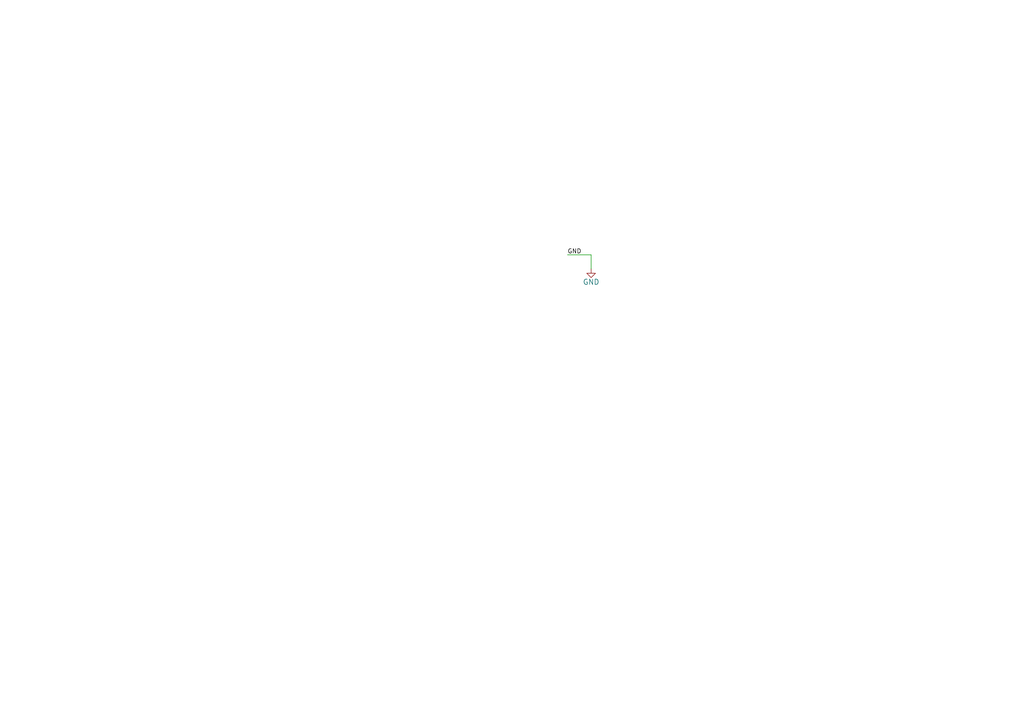
<source format=kicad_sch>
(kicad_sch (version 20211123) (generator eeschema)
  (paper "A4")
  (lib_symbols
    (symbol "power:GND" (power) (pin_names (offset 0))
      (property "Value" "GND" (at 0 -3.81 0))
      (symbol "GND_0_1"
        (polyline (pts (xy 0 0) (xy 0 -1.27) (xy 1.27 -1.27) (xy 0 -2.54) (xy -1.27 -1.27) (xy 0 -1.27)))
      )
      (symbol "GND_1_1"
        (pin power_in line (at 0 0 270) (length 0) hide (name "GND") (number "1"))
      )
    )
  )
  (wire (pts (xy 171.45 73.914) (xy 171.45 77.978)))
  (wire (pts (xy 171.45 73.914) (xy 164.592 73.914)))
  (label "GND" (at 164.592 73.914 0))
  (symbol (lib_id "power:GND") (at 171.45 77.978 0) (unit 1)
    (property "Reference" "#PWR0101" (effects hide))
    (property "Value" "GND" (at 171.45 81.788 0) (effects (font (size 1.524 1.524))))
  )
)
</source>
